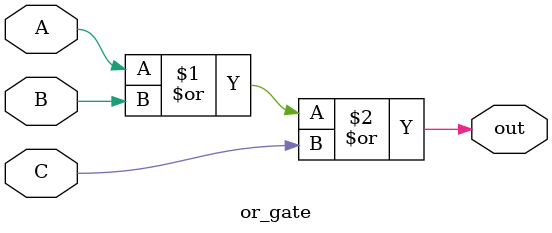
<source format=v>
module and_gate(A, B, out);
    input A, B;
    output out;
    and(out, A, B);
endmodule

module or_gate(A,B,C, out);
    input A, B, C;
    output out;
    or(out, A, B, C);
endmodule
</source>
